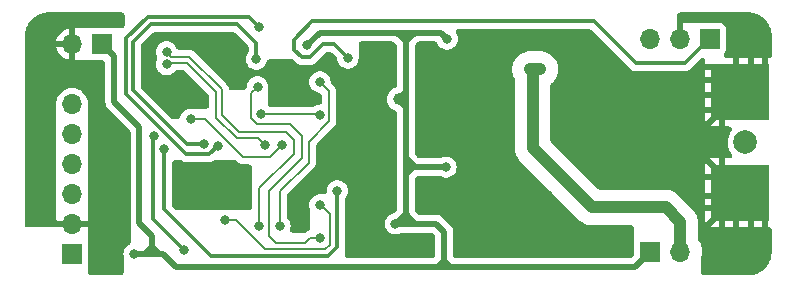
<source format=gbr>
%TF.GenerationSoftware,KiCad,Pcbnew,8.0.6*%
%TF.CreationDate,2024-10-28T10:45:57+07:00*%
%TF.ProjectId,PMOD-Pulser_update,504d4f44-2d50-4756-9c73-65725f757064,rev?*%
%TF.SameCoordinates,PX5e2ce30PY52bb330*%
%TF.FileFunction,Copper,L2,Bot*%
%TF.FilePolarity,Positive*%
%FSLAX46Y46*%
G04 Gerber Fmt 4.6, Leading zero omitted, Abs format (unit mm)*
G04 Created by KiCad (PCBNEW 8.0.6) date 2024-10-28 10:45:57*
%MOMM*%
%LPD*%
G01*
G04 APERTURE LIST*
%TA.AperFunction,ComponentPad*%
%ADD10C,2.000000*%
%TD*%
%TA.AperFunction,ComponentPad*%
%ADD11R,1.700000X1.700000*%
%TD*%
%TA.AperFunction,ComponentPad*%
%ADD12O,1.700000X1.700000*%
%TD*%
%TA.AperFunction,SMDPad,CuDef*%
%ADD13R,4.900000X4.800000*%
%TD*%
%TA.AperFunction,ViaPad*%
%ADD14C,0.800000*%
%TD*%
%TA.AperFunction,ViaPad*%
%ADD15C,1.000000*%
%TD*%
%TA.AperFunction,Conductor*%
%ADD16C,0.500000*%
%TD*%
%TA.AperFunction,Conductor*%
%ADD17C,0.300000*%
%TD*%
%TA.AperFunction,Conductor*%
%ADD18C,0.200000*%
%TD*%
%TA.AperFunction,Conductor*%
%ADD19C,1.000000*%
%TD*%
G04 APERTURE END LIST*
D10*
%TO.P,REF\u002A\u002A,1*%
%TO.N,Net-(D1-K-Pad3)*%
X61000000Y11250000D03*
%TD*%
D11*
%TO.P,J4,1,Pin_1*%
%TO.N,OE*%
X58000000Y20000000D03*
D12*
%TO.P,J4,2,Pin_2*%
%TO.N,GND*%
X55460000Y20000000D03*
%TO.P,J4,3,Pin_3*%
%TO.N,-HV*%
X52920000Y20000000D03*
%TD*%
D11*
%TO.P,J6,1,Pin_1*%
%TO.N,+5V*%
X52920000Y2000000D03*
D12*
%TO.P,J6,2,Pin_2*%
%TO.N,+HV*%
X55460000Y2000000D03*
%TD*%
D13*
%TO.P,J1,2,2*%
%TO.N,GND*%
X60526000Y7000000D03*
X60526000Y15500000D03*
%TD*%
D11*
%TO.P,J2,1,Pin_1*%
%TO.N,+5V*%
X6540000Y19580000D03*
D12*
%TO.P,J2,2,Pin_2*%
%TO.N,GND*%
X4000000Y19580000D03*
%TD*%
D11*
%TO.P,J3,1,1*%
%TO.N,+3.3V*%
X4000000Y1800000D03*
D12*
%TO.P,J3,2,2*%
%TO.N,GND*%
X4000000Y4340000D03*
%TO.P,J3,3,3*%
%TO.N,OE*%
X4000000Y6880000D03*
%TO.P,J3,4,4*%
%TO.N,Pdamp*%
X4000000Y9420000D03*
%TO.P,J3,5,5*%
%TO.N,P-*%
X4000000Y11960000D03*
%TO.P,J3,6,6*%
%TO.N,P+*%
X4000000Y14500000D03*
%TD*%
D14*
%TO.N,GND*%
X51050000Y2000000D03*
X49500000Y9000000D03*
X8500000Y3000000D03*
X62200000Y18850000D03*
X51000000Y16750000D03*
X5500000Y21500000D03*
X27750000Y11250000D03*
X43500000Y20250000D03*
X6250000Y5500000D03*
X17250000Y7500000D03*
X8500000Y5500000D03*
X57000000Y16750000D03*
X13000000Y8250000D03*
X45250000Y3250000D03*
X60250000Y750000D03*
X28750000Y5000000D03*
X28750000Y14250000D03*
X18750000Y6000000D03*
X31000000Y11250000D03*
X44500000Y19250000D03*
X45250000Y13750000D03*
X35250000Y7500000D03*
X29750000Y11250000D03*
X13000000Y6250000D03*
X11750000Y15750000D03*
X60000000Y18850000D03*
X23500000Y4000000D03*
X57150000Y5550000D03*
X45250000Y12750000D03*
X62750000Y3700000D03*
X52000000Y13000000D03*
X38000000Y2900000D03*
X34000000Y3000000D03*
X37000000Y9500000D03*
X12950000Y13900000D03*
X13000000Y7250000D03*
X54000000Y16750000D03*
X61500000Y750000D03*
X45250000Y11750000D03*
X48000000Y2000000D03*
X38000000Y6500000D03*
X43500000Y7500000D03*
X61500000Y3700000D03*
X34500000Y11250000D03*
X4500000Y17000000D03*
X54000000Y13000000D03*
X57750000Y3700000D03*
X33500000Y11250000D03*
X55500000Y16750000D03*
X57000000Y12500000D03*
X18000000Y6750000D03*
X6000000Y500000D03*
X32750000Y3000000D03*
X37000000Y7600000D03*
X28750000Y15500000D03*
X7500000Y21500000D03*
X46500000Y2000000D03*
X52500000Y16750000D03*
X44250000Y6750000D03*
X12750000Y16750000D03*
X57150000Y6700000D03*
X55500000Y12250000D03*
X60250000Y3700000D03*
X23500000Y7000000D03*
X57000000Y13750000D03*
X59000000Y3700000D03*
X14400000Y19550000D03*
X51000000Y13750000D03*
X51000000Y15250000D03*
X38000000Y8500000D03*
X48000000Y9000000D03*
X23500000Y6000000D03*
X51000000Y3750000D03*
X23500000Y5000000D03*
X57000000Y15250000D03*
X39750000Y6500000D03*
X7750000Y500000D03*
X27500000Y3750000D03*
X27500000Y5000000D03*
X45250000Y2000000D03*
X28750000Y3750000D03*
X59000000Y750000D03*
X26000000Y11250000D03*
X45250000Y4500000D03*
X57150000Y8100000D03*
X36750000Y2900000D03*
X27500000Y14250000D03*
X57750000Y750000D03*
X14050000Y14800000D03*
X37000000Y18500000D03*
X62750000Y1500000D03*
X13000000Y9250000D03*
X24650000Y14900000D03*
X56250000Y11500000D03*
X18750000Y7500000D03*
X27500000Y15500000D03*
X49500000Y2000000D03*
X45250000Y5750000D03*
%TO.N,+5V*%
X31375000Y4350000D03*
X35750000Y20000000D03*
X23900000Y19500000D03*
X9250000Y1800000D03*
D15*
X31650000Y14900000D03*
D14*
X35650000Y9150000D03*
%TO.N,Pdamp*%
X13450000Y2150000D03*
X10900000Y11750000D03*
%TO.N,DAMP*%
X24975000Y5950000D03*
X16950000Y4650000D03*
%TO.N,Net-(H1-2A)*%
X19600000Y18300000D03*
X15200000Y11100000D03*
%TO.N,P+*%
X19850000Y4150000D03*
X12000000Y18900000D03*
%TO.N,PULSE+*%
X21600000Y4150000D03*
X24975000Y16350000D03*
%TO.N,_PULSE-*%
X14050000Y13200000D03*
X21775000Y11025000D03*
%TO.N,P-*%
X12000000Y17850000D03*
X20350000Y11025000D03*
%TO.N,Net-(H1-4A)*%
X16312500Y10962500D03*
X19850000Y21050000D03*
%TO.N,PULSE-*%
X19975000Y13650000D03*
X24975000Y13550000D03*
%TO.N,OE*%
X26450000Y7150000D03*
X11800000Y10700000D03*
X27350000Y18400000D03*
%TO.N,~{DAMP}*%
X19700000Y15950000D03*
X24975000Y3150000D03*
%TO.N,+HV*%
X43700000Y17500000D03*
X42750000Y17450000D03*
%TD*%
D16*
%TO.N,GND*%
X60200000Y3062000D02*
X60200000Y6138000D01*
X57012000Y8300000D02*
X60088000Y8300000D01*
X59050000Y7962000D02*
X59050000Y11038000D01*
X59050000Y3062000D02*
X59050000Y6138000D01*
X60200000Y16012000D02*
X60200000Y19088000D01*
X60038000Y17650000D02*
X56962000Y17650000D01*
X62700000Y15712000D02*
X62700000Y18788000D01*
X59050000Y11412000D02*
X59050000Y14488000D01*
X57012000Y5650000D02*
X60088000Y5650000D01*
X62700000Y2762000D02*
X62700000Y5838000D01*
X61500000Y2962000D02*
X61500000Y6038000D01*
X57012000Y15250000D02*
X60088000Y15250000D01*
X59838000Y14000000D02*
X56762000Y14000000D01*
X60226000Y6700000D02*
X60526000Y7000000D01*
X59938000Y16500000D02*
X56862000Y16500000D01*
X57150000Y6700000D02*
X60226000Y6700000D01*
X61500000Y15912000D02*
X61500000Y18988000D01*
%TO.N,+5V*%
X32250000Y19800000D02*
X33000000Y20550000D01*
X34850000Y4350000D02*
X35500000Y3700000D01*
X10800000Y2400000D02*
X10800000Y2350000D01*
X7550000Y14700000D02*
X7550000Y18570000D01*
X35200000Y20550000D02*
X33000000Y20550000D01*
X35650000Y19900000D02*
X35750000Y20000000D01*
X32250000Y15750000D02*
X32250000Y14250000D01*
X12800000Y700000D02*
X34800000Y700000D01*
X51620000Y700000D02*
X53000000Y2080000D01*
X35500000Y700000D02*
X35550000Y700000D01*
X32250000Y5500000D02*
X32250000Y5225000D01*
X32250000Y5250000D02*
X32250000Y4350000D01*
X33050000Y4350000D02*
X34850000Y4350000D01*
X32250000Y5150000D02*
X33050000Y4350000D01*
X33000000Y9150000D02*
X32300000Y9150000D01*
X35500000Y1250000D02*
X35500000Y700000D01*
X10200000Y1800000D02*
X10800000Y1800000D01*
X35500000Y1500000D02*
X35500000Y1250000D01*
X32850000Y9150000D02*
X32250000Y8550000D01*
X32250000Y9900000D02*
X32250000Y9100000D01*
X9250000Y1800000D02*
X10200000Y1800000D01*
X32250000Y5250000D02*
X32250000Y5150000D01*
X33000000Y9150000D02*
X32250000Y9900000D01*
X35500000Y1200000D02*
X36000000Y700000D01*
X35500000Y1200000D02*
X35000000Y700000D01*
X10800000Y2400000D02*
X10200000Y1800000D01*
X10800000Y2400000D02*
X10800000Y3350000D01*
X31750000Y4350000D02*
X32250000Y4350000D01*
X10800000Y3350000D02*
X9700000Y4450000D01*
X9700000Y12550000D02*
X7550000Y14700000D01*
X32250000Y20550000D02*
X32250000Y19750000D01*
X32250000Y19750000D02*
X32250000Y15750000D01*
X32300000Y9150000D02*
X32250000Y9100000D01*
X31650000Y14850000D02*
X32250000Y14250000D01*
X35500000Y1250000D02*
X35500000Y1200000D01*
X32250000Y5225000D02*
X31375000Y4350000D01*
X10800000Y1800000D02*
X10800000Y2400000D01*
X31650000Y14900000D02*
X31650000Y14850000D01*
X32250000Y8550000D02*
X32250000Y5250000D01*
X11350000Y1800000D02*
X11700000Y1800000D01*
X31500000Y20550000D02*
X24950000Y20550000D01*
X35650000Y9150000D02*
X33000000Y9150000D01*
X10800000Y1800000D02*
X11350000Y1800000D01*
X35750000Y20000000D02*
X35200000Y20550000D01*
X31375000Y4350000D02*
X31750000Y4350000D01*
X35500000Y3700000D02*
X35500000Y1500000D01*
X33000000Y20550000D02*
X31500000Y20550000D01*
X32250000Y15500000D02*
X32250000Y15750000D01*
X11700000Y1800000D02*
X12800000Y700000D01*
X32250000Y19800000D02*
X31500000Y20550000D01*
X24950000Y20550000D02*
X23900000Y19500000D01*
X10800000Y2350000D02*
X11350000Y1800000D01*
X36000000Y700000D02*
X51620000Y700000D01*
X32250000Y14250000D02*
X32250000Y9900000D01*
X32250000Y19750000D02*
X32250000Y19800000D01*
X31650000Y14900000D02*
X32250000Y15500000D01*
X35000000Y700000D02*
X36000000Y700000D01*
X35500000Y1500000D02*
X35500000Y1200000D01*
X34800000Y700000D02*
X35000000Y700000D01*
X32250000Y9100000D02*
X32250000Y8550000D01*
X32250000Y4350000D02*
X33050000Y4350000D01*
X9700000Y4450000D02*
X9700000Y12550000D01*
X33000000Y9150000D02*
X32850000Y9150000D01*
X7550000Y18570000D02*
X6540000Y19580000D01*
D17*
%TO.N,Pdamp*%
X10862500Y4737500D02*
X13450000Y2150000D01*
X10862500Y11700000D02*
X10862500Y4737500D01*
D18*
%TO.N,DAMP*%
X25800000Y2550000D02*
X25450000Y2200000D01*
X20325000Y2200000D02*
X17875000Y4650000D01*
X25050000Y5950000D02*
X25800000Y5200000D01*
X24975000Y5950000D02*
X25050000Y5950000D01*
X25450000Y2200000D02*
X20325000Y2200000D01*
X17875000Y4650000D02*
X16950000Y4650000D01*
X25800000Y5200000D02*
X25800000Y2550000D01*
D17*
%TO.N,Net-(H1-2A)*%
X19600000Y19650000D02*
X18000000Y21250000D01*
X13700000Y11100000D02*
X15200000Y11100000D01*
X9150000Y19750000D02*
X9150000Y15650000D01*
X9150000Y15650000D02*
X13700000Y11100000D01*
X18000000Y21250000D02*
X10650000Y21250000D01*
X19600000Y18300000D02*
X19600000Y19650000D01*
X10650000Y21250000D02*
X9150000Y19750000D01*
D18*
%TO.N,P+*%
X22775000Y10275000D02*
X22775000Y11450000D01*
X12400000Y18500000D02*
X12000000Y18900000D01*
X18125000Y12100000D02*
X16650000Y13575000D01*
X16650000Y15750000D02*
X13900000Y18500000D01*
D17*
X4250000Y14250000D02*
X4000000Y14500000D01*
D18*
X16650000Y13575000D02*
X16650000Y15750000D01*
X13900000Y18500000D02*
X12400000Y18500000D01*
X22775000Y11450000D02*
X22125000Y12100000D01*
X19850000Y4150000D02*
X19850000Y7350000D01*
X22125000Y12100000D02*
X18125000Y12100000D01*
X19850000Y7350000D02*
X22775000Y10275000D01*
%TO.N,PULSE+*%
X25750000Y13025000D02*
X25750000Y15575000D01*
X24025000Y9525000D02*
X24025000Y11300000D01*
X21600000Y7100000D02*
X24025000Y9525000D01*
X25750000Y15575000D02*
X24975000Y16350000D01*
X21600000Y4150000D02*
X21600000Y7100000D01*
X24025000Y11300000D02*
X25750000Y13025000D01*
%TO.N,_PULSE-*%
X21775000Y11025000D02*
X21775000Y11000000D01*
X20750000Y9975000D02*
X18500000Y9975000D01*
X15225000Y13250000D02*
X14100000Y13250000D01*
X14100000Y13250000D02*
X14050000Y13200000D01*
X21775000Y11000000D02*
X20750000Y9975000D01*
X18500000Y9975000D02*
X15225000Y13250000D01*
%TO.N,P-*%
X20350000Y11025000D02*
X19775000Y11600000D01*
X16200000Y15550000D02*
X13750000Y18000000D01*
X19775000Y11600000D02*
X17925000Y11600000D01*
X17925000Y11600000D02*
X16200000Y13325000D01*
X16200000Y13325000D02*
X16200000Y15550000D01*
X13750000Y18000000D02*
X12150000Y18000000D01*
X12150000Y18000000D02*
X12000000Y17850000D01*
D17*
%TO.N,Net-(H1-4A)*%
X15600000Y10250000D02*
X13665625Y10250000D01*
X19000000Y21900000D02*
X19850000Y21050000D01*
X10400000Y21900000D02*
X19000000Y21900000D01*
X13665625Y10250000D02*
X8550000Y15365625D01*
X8550000Y15365625D02*
X8550000Y20050000D01*
X16312500Y10962500D02*
X15600000Y10250000D01*
X8550000Y20050000D02*
X10400000Y21900000D01*
D18*
%TO.N,PULSE-*%
X19975000Y13650000D02*
X24875000Y13650000D01*
X24875000Y13650000D02*
X24975000Y13550000D01*
D17*
%TO.N,OE*%
X11800000Y5600000D02*
X15800000Y1600000D01*
X26450000Y2400000D02*
X26450000Y7150000D01*
X22800000Y19950000D02*
X24350000Y21500000D01*
X51700000Y17950000D02*
X55900000Y17950000D01*
X22800000Y19100000D02*
X22800000Y19950000D01*
X57950000Y20000000D02*
X58000000Y20000000D01*
X24122792Y18450000D02*
X23450000Y18450000D01*
X24350000Y21500000D02*
X48150000Y21500000D01*
X25222792Y19550000D02*
X24122792Y18450000D01*
X25650000Y1600000D02*
X26450000Y2400000D01*
X55900000Y17950000D02*
X57950000Y20000000D01*
X26200000Y19550000D02*
X25222792Y19550000D01*
X15800000Y1600000D02*
X25650000Y1600000D01*
X27350000Y18400000D02*
X26200000Y19550000D01*
X23450000Y18450000D02*
X22800000Y19100000D01*
X11800000Y10700000D02*
X11800000Y5600000D01*
X48150000Y21500000D02*
X51700000Y17950000D01*
D18*
%TO.N,~{DAMP}*%
X19150000Y13300000D02*
X19625000Y12825000D01*
X19150000Y15400000D02*
X19150000Y13300000D01*
X21300000Y2750000D02*
X23750000Y2750000D01*
X24150000Y3150000D02*
X24975000Y3150000D01*
X23475000Y11775000D02*
X23475000Y9925000D01*
X22425000Y12825000D02*
X23475000Y11775000D01*
X19700000Y15950000D02*
X19150000Y15400000D01*
X20700000Y7150000D02*
X20700000Y3350000D01*
X20700000Y3350000D02*
X21300000Y2750000D01*
X23475000Y9925000D02*
X20700000Y7150000D01*
X19625000Y12825000D02*
X22425000Y12825000D01*
X23750000Y2750000D02*
X24150000Y3150000D01*
D19*
%TO.N,+HV*%
X54250000Y5750000D02*
X55460000Y4540000D01*
X43000000Y17200000D02*
X43000000Y10750000D01*
X42750000Y17450000D02*
X43000000Y17200000D01*
X42750000Y17450000D02*
X43650000Y17450000D01*
X48000000Y5750000D02*
X54250000Y5750000D01*
X55460000Y4540000D02*
X55460000Y2000000D01*
X43000000Y10750000D02*
X48000000Y5750000D01*
%TD*%
%TA.AperFunction,Conductor*%
%TO.N,GND*%
G36*
X8296288Y22231046D02*
G01*
X8377070Y22177070D01*
X8431046Y22096288D01*
X8450000Y22001000D01*
X8450000Y21149000D01*
X8431046Y21053712D01*
X8377070Y20972930D01*
X8296288Y20918954D01*
X8201000Y20900000D01*
X7606999Y20900000D01*
X7519984Y20915699D01*
X7497483Y20924092D01*
X7437873Y20930500D01*
X5642134Y20930500D01*
X5642130Y20930500D01*
X5642128Y20930499D01*
X5629314Y20929122D01*
X5582519Y20924092D01*
X5582514Y20924091D01*
X5560017Y20915699D01*
X5473002Y20900000D01*
X4322475Y20900000D01*
X4258028Y20908485D01*
X4250000Y20910636D01*
X4250000Y20013012D01*
X4192993Y20045925D01*
X4065826Y20080000D01*
X3934174Y20080000D01*
X3807007Y20045925D01*
X3750000Y20013012D01*
X3750000Y20910636D01*
X3749998Y20910637D01*
X3536516Y20853434D01*
X3536505Y20853430D01*
X3322428Y20753604D01*
X3322420Y20753600D01*
X3128923Y20618111D01*
X2961889Y20451077D01*
X2826400Y20257580D01*
X2826396Y20257572D01*
X2726570Y20043495D01*
X2726566Y20043484D01*
X2669363Y19830002D01*
X2669364Y19830000D01*
X3566988Y19830000D01*
X3534075Y19772993D01*
X3500000Y19645826D01*
X3500000Y19514174D01*
X3534075Y19387007D01*
X3566988Y19330000D01*
X2669364Y19330000D01*
X2669363Y19329999D01*
X2726566Y19116517D01*
X2726566Y19116515D01*
X2826399Y18902424D01*
X2961889Y18708924D01*
X3128923Y18541890D01*
X3322423Y18406400D01*
X3536511Y18306569D01*
X3750000Y18249365D01*
X3750000Y19146988D01*
X3807007Y19114075D01*
X3934174Y19080000D01*
X4065826Y19080000D01*
X4192993Y19114075D01*
X4250000Y19146988D01*
X4250000Y18245373D01*
X4285152Y18250000D01*
X5499813Y18250000D01*
X5566976Y18237883D01*
X5567357Y18239491D01*
X5582514Y18235910D01*
X5582517Y18235909D01*
X5642127Y18229500D01*
X6550501Y18229501D01*
X6645788Y18210547D01*
X6726569Y18156571D01*
X6780546Y18075789D01*
X6799500Y17980501D01*
X6799500Y14626080D01*
X6828341Y14481089D01*
X6828342Y14481086D01*
X6884913Y14344510D01*
X6884915Y14344507D01*
X6884916Y14344505D01*
X6908112Y14309790D01*
X6967048Y14221584D01*
X7958633Y13230000D01*
X8876570Y12312063D01*
X8930546Y12231281D01*
X8949500Y12135993D01*
X8949500Y4368944D01*
X8950000Y4358771D01*
X8950000Y2813854D01*
X8931046Y2718566D01*
X8877070Y2637784D01*
X8808559Y2590699D01*
X8808572Y2590677D01*
X8808301Y2590522D01*
X8802281Y2586383D01*
X8797272Y2584154D01*
X8644126Y2472886D01*
X8517469Y2332220D01*
X8422822Y2168286D01*
X8364325Y1988256D01*
X8344540Y1800001D01*
X8348636Y1761029D01*
X8350000Y1735002D01*
X8350000Y249000D01*
X8331046Y153712D01*
X8277070Y72930D01*
X8196288Y18954D01*
X8101000Y0D01*
X5599000Y0D01*
X5503712Y18954D01*
X5422930Y72930D01*
X5368954Y153712D01*
X5350000Y249000D01*
X5350000Y886131D01*
X5350357Y899460D01*
X5350497Y902108D01*
X5350500Y902127D01*
X5350499Y2697872D01*
X5350498Y2697876D01*
X5350357Y2700516D01*
X5350000Y2713847D01*
X5350000Y4064764D01*
X5330636Y4090000D01*
X4433012Y4090000D01*
X4465925Y4147007D01*
X4500000Y4274174D01*
X4500000Y4405826D01*
X4465925Y4532993D01*
X4433012Y4590000D01*
X5330635Y4590000D01*
X5350000Y4615238D01*
X5350000Y6804452D01*
X5350948Y6826156D01*
X5355659Y6879998D01*
X5355659Y6880004D01*
X5350948Y6933847D01*
X5350000Y6955550D01*
X5350000Y9344452D01*
X5350948Y9366156D01*
X5352638Y9385465D01*
X5355659Y9420000D01*
X5350948Y9473847D01*
X5350000Y9495550D01*
X5350000Y11884452D01*
X5350948Y11906156D01*
X5355659Y11959998D01*
X5355659Y11960004D01*
X5350948Y12013847D01*
X5350000Y12035550D01*
X5350000Y14424452D01*
X5350948Y14446156D01*
X5352987Y14469454D01*
X5354004Y14481087D01*
X5355659Y14499998D01*
X5355659Y14500006D01*
X5335064Y14735402D01*
X5335063Y14735405D01*
X5335063Y14735408D01*
X5273903Y14963663D01*
X5210001Y15100700D01*
X5174038Y15177823D01*
X5174034Y15177831D01*
X5104756Y15276770D01*
X5038495Y15371401D01*
X4871401Y15538495D01*
X4832335Y15565849D01*
X4677830Y15674035D01*
X4619006Y15701465D01*
X4463663Y15773903D01*
X4463660Y15773904D01*
X4235401Y15835065D01*
X4000005Y15855659D01*
X3999995Y15855659D01*
X3764598Y15835065D01*
X3536335Y15773903D01*
X3536333Y15773902D01*
X3322177Y15674039D01*
X3322169Y15674035D01*
X3128600Y15538496D01*
X2961504Y15371400D01*
X2825965Y15177831D01*
X2825961Y15177823D01*
X2726098Y14963667D01*
X2726097Y14963664D01*
X2677286Y14781496D01*
X2650000Y14726166D01*
X2650000Y14588247D01*
X2640706Y14541528D01*
X2642441Y14521706D01*
X2642440Y14478304D01*
X2636185Y14406816D01*
X2650000Y14331652D01*
X2650000Y12035550D01*
X2649052Y12013847D01*
X2644341Y11960004D01*
X2644341Y11959998D01*
X2649052Y11906156D01*
X2650000Y11884452D01*
X2650000Y9495550D01*
X2649052Y9473847D01*
X2644341Y9420000D01*
X2647362Y9385465D01*
X2649052Y9366156D01*
X2650000Y9344452D01*
X2650000Y6955550D01*
X2649052Y6933847D01*
X2644341Y6880004D01*
X2644341Y6879998D01*
X2649052Y6826156D01*
X2650000Y6804452D01*
X2650000Y4767218D01*
X2663279Y4745724D01*
X2678827Y4649821D01*
X2670501Y4594245D01*
X2669363Y4590001D01*
X2669364Y4590000D01*
X3566988Y4590000D01*
X3534075Y4532993D01*
X3500000Y4405826D01*
X3500000Y4274174D01*
X3534075Y4147007D01*
X3566988Y4090000D01*
X2647949Y4090000D01*
X2640378Y4083360D01*
X2548379Y4052130D01*
X2515878Y4050000D01*
X249001Y4050000D01*
X153713Y4068954D01*
X72931Y4122930D01*
X18955Y4203712D01*
X1Y4299000D01*
X0Y20247803D01*
X40Y20252243D01*
X2270Y20377279D01*
X4764Y20408275D01*
X10918Y20451077D01*
X40676Y20658053D01*
X48227Y20692761D01*
X66092Y20753604D01*
X118692Y20932743D01*
X131102Y20966015D01*
X235004Y21193529D01*
X252026Y21224701D01*
X252028Y21224704D01*
X387251Y21435115D01*
X408528Y21463537D01*
X572322Y21652567D01*
X597436Y21677680D01*
X786463Y21841472D01*
X814885Y21862749D01*
X1025303Y21997977D01*
X1056471Y22014996D01*
X1283985Y22118898D01*
X1317257Y22131308D01*
X1557241Y22201774D01*
X1591947Y22209324D01*
X1841727Y22245237D01*
X1872719Y22247730D01*
X1997757Y22249961D01*
X2002197Y22250000D01*
X8201000Y22250000D01*
X8296288Y22231046D01*
G37*
%TD.AperFunction*%
%TA.AperFunction,Conductor*%
G36*
X47872702Y20830546D02*
G01*
X47953484Y20776570D01*
X51194724Y17535331D01*
X51194723Y17535331D01*
X51248339Y17481716D01*
X51285331Y17444724D01*
X51391873Y17373535D01*
X51391875Y17373535D01*
X51391877Y17373533D01*
X51426549Y17359172D01*
X51510256Y17324499D01*
X51635929Y17299501D01*
X51635930Y17299500D01*
X51635931Y17299500D01*
X55964070Y17299500D01*
X55964070Y17299501D01*
X56089744Y17324499D01*
X56208127Y17373535D01*
X56220902Y17382071D01*
X56314669Y17444723D01*
X56908205Y18038259D01*
X57192437Y18322491D01*
X57273219Y18376468D01*
X57368507Y18395422D01*
X57463795Y18376468D01*
X57544576Y18322492D01*
X57598553Y18241710D01*
X57617507Y18146422D01*
X57601808Y18059407D01*
X57582403Y18007382D01*
X57582401Y18007372D01*
X57576000Y17947833D01*
X57576000Y13052168D01*
X57582401Y12992630D01*
X57582403Y12992620D01*
X57604858Y12932415D01*
X60349929Y15677484D01*
X60430711Y15731460D01*
X60525999Y15750414D01*
X60621287Y15731460D01*
X60702069Y15677484D01*
X60703483Y15676070D01*
X60757459Y15595288D01*
X60776413Y15500000D01*
X60757459Y15404712D01*
X60703483Y15323930D01*
X57984272Y12604720D01*
X58028170Y12600001D01*
X58028172Y12600000D01*
X59635612Y12600000D01*
X59730900Y12581046D01*
X59811682Y12527070D01*
X59865658Y12446288D01*
X59884612Y12351000D01*
X59865658Y12255712D01*
X59818805Y12182355D01*
X59811836Y12174786D01*
X59811830Y12174779D01*
X59675828Y11966609D01*
X59675825Y11966604D01*
X59575936Y11738879D01*
X59575935Y11738875D01*
X59514894Y11497832D01*
X59514892Y11497824D01*
X59494357Y11250000D01*
X59514892Y11002177D01*
X59514894Y11002169D01*
X59556786Y10836744D01*
X59575937Y10761119D01*
X59632151Y10632963D01*
X59675825Y10533397D01*
X59675828Y10533392D01*
X59811830Y10325222D01*
X59811836Y10325215D01*
X59818805Y10317645D01*
X59869398Y10234703D01*
X59884399Y10138713D01*
X59861525Y10044290D01*
X59804257Y9965807D01*
X59721315Y9915214D01*
X59635612Y9900000D01*
X58028177Y9900000D01*
X57984273Y9895281D01*
X60526000Y7353553D01*
X60703483Y7176070D01*
X60757459Y7095288D01*
X60776413Y7000000D01*
X60757459Y6904712D01*
X60703483Y6823930D01*
X57984272Y4104720D01*
X58028170Y4100001D01*
X58028172Y4100000D01*
X63000999Y4100000D01*
X63096287Y4081046D01*
X63177069Y4027070D01*
X63231045Y3946288D01*
X63249999Y3851000D01*
X63249999Y2002196D01*
X63249959Y1997756D01*
X63247729Y1872714D01*
X63245234Y1841718D01*
X63209322Y1591949D01*
X63201773Y1557243D01*
X63131309Y1317264D01*
X63118893Y1283976D01*
X63014995Y1056474D01*
X62997969Y1025294D01*
X62862752Y814891D01*
X62841466Y786456D01*
X62677680Y597438D01*
X62652560Y572318D01*
X62463543Y408533D01*
X62435101Y387242D01*
X62224703Y252028D01*
X62193522Y235002D01*
X61966024Y131107D01*
X61932737Y118691D01*
X61692762Y48228D01*
X61658046Y40676D01*
X61408273Y4765D01*
X61377280Y2271D01*
X61257687Y138D01*
X61252240Y40D01*
X61247803Y0D01*
X57499000Y0D01*
X57403712Y18954D01*
X57322930Y72930D01*
X57268954Y153712D01*
X57250000Y249000D01*
X57250000Y1496166D01*
X57255690Y1549094D01*
X57261090Y1573918D01*
X57296343Y1735974D01*
X57315227Y2000000D01*
X57296343Y2264026D01*
X57255690Y2450907D01*
X57250000Y2503835D01*
X57250000Y2758293D01*
X57197179Y2772757D01*
X57120428Y2832325D01*
X57089995Y2876136D01*
X57020716Y3003011D01*
X57020712Y3003017D01*
X57010164Y3017108D01*
X56968234Y3104749D01*
X56960500Y3166326D01*
X56960500Y4658088D01*
X56960498Y4658104D01*
X56956679Y4682216D01*
X56923553Y4891368D01*
X56864973Y5071659D01*
X56859385Y5088857D01*
X56859383Y5088861D01*
X56858408Y5091861D01*
X56850568Y5115993D01*
X56743343Y5326434D01*
X56604517Y5517510D01*
X55227510Y6894517D01*
X55036434Y7033343D01*
X54825992Y7140568D01*
X54825989Y7140569D01*
X54825984Y7140571D01*
X54697484Y7182323D01*
X54601368Y7213553D01*
X54601366Y7213554D01*
X54601364Y7213554D01*
X54368103Y7250499D01*
X54368094Y7250500D01*
X54368092Y7250500D01*
X54368088Y7250500D01*
X48724668Y7250500D01*
X48629380Y7269454D01*
X48548598Y7323430D01*
X46424195Y9447833D01*
X57576000Y9447833D01*
X57576000Y4552168D01*
X57582401Y4492630D01*
X57582403Y4492620D01*
X57604858Y4432415D01*
X60172446Y7000001D01*
X57604858Y9567589D01*
X57582403Y9507383D01*
X57582402Y9507377D01*
X57576000Y9447833D01*
X46424195Y9447833D01*
X44573430Y11298598D01*
X44519454Y11379380D01*
X44500500Y11474668D01*
X44500500Y16086334D01*
X44519454Y16181622D01*
X44573430Y16262404D01*
X44603135Y16287775D01*
X44627510Y16305483D01*
X44794517Y16472490D01*
X44933343Y16663567D01*
X45040568Y16874008D01*
X45113553Y17098632D01*
X45150500Y17331908D01*
X45150500Y17568092D01*
X45113553Y17801368D01*
X45040568Y18025992D01*
X44933343Y18236433D01*
X44933341Y18236436D01*
X44933340Y18236438D01*
X44794521Y18427505D01*
X44794518Y18427508D01*
X44794517Y18427510D01*
X44627510Y18594517D01*
X44627506Y18594520D01*
X44627504Y18594522D01*
X44436437Y18733341D01*
X44367857Y18768284D01*
X44225992Y18840568D01*
X44225989Y18840569D01*
X44225987Y18840570D01*
X44101079Y18881155D01*
X44001368Y18913553D01*
X44001366Y18913554D01*
X44001364Y18913554D01*
X43768103Y18950499D01*
X43768094Y18950500D01*
X43768092Y18950500D01*
X42868092Y18950500D01*
X42631908Y18950500D01*
X42631905Y18950500D01*
X42631896Y18950499D01*
X42398635Y18913554D01*
X42174015Y18840571D01*
X42174010Y18840569D01*
X41963566Y18733343D01*
X41772492Y18594519D01*
X41605481Y18427508D01*
X41466657Y18236434D01*
X41359431Y18025990D01*
X41359429Y18025985D01*
X41286446Y17801365D01*
X41249501Y17568104D01*
X41249500Y17568088D01*
X41249500Y17331913D01*
X41249501Y17331897D01*
X41274017Y17177112D01*
X41286447Y17098632D01*
X41317677Y17002516D01*
X41359429Y16874016D01*
X41359431Y16874010D01*
X41471099Y16654848D01*
X41468774Y16653664D01*
X41496431Y16578719D01*
X41499500Y16539746D01*
X41499500Y10631913D01*
X41499501Y10631897D01*
X41536446Y10398636D01*
X41536447Y10398632D01*
X41560302Y10325215D01*
X41608021Y10178349D01*
X41609432Y10174008D01*
X41716657Y9963566D01*
X41855483Y9772490D01*
X47022490Y4605482D01*
X47213567Y4466657D01*
X47213569Y4466656D01*
X47391330Y4376082D01*
X47424008Y4359432D01*
X47648632Y4286447D01*
X47881908Y4249500D01*
X48118092Y4249500D01*
X51301000Y4249500D01*
X51396288Y4230546D01*
X51477070Y4176570D01*
X51531046Y4095788D01*
X51550000Y4000500D01*
X51550000Y1794508D01*
X51531046Y1699220D01*
X51477072Y1618441D01*
X51382060Y1523429D01*
X51301282Y1469454D01*
X51205994Y1450500D01*
X36499500Y1450500D01*
X36404212Y1469454D01*
X36323430Y1523430D01*
X36269454Y1604212D01*
X36250500Y1699500D01*
X36250500Y3773919D01*
X36250499Y3773921D01*
X36248948Y3781716D01*
X36221658Y3918913D01*
X36165084Y4055495D01*
X36148011Y4081046D01*
X36132193Y4104720D01*
X36123464Y4117784D01*
X36082952Y4178416D01*
X35328416Y4932952D01*
X35328412Y4932955D01*
X35328410Y4932957D01*
X35328411Y4932957D01*
X35254732Y4982185D01*
X35254729Y4982188D01*
X35254729Y4982187D01*
X35205495Y5015084D01*
X35068913Y5071658D01*
X35068911Y5071659D01*
X34923920Y5100500D01*
X34923918Y5100500D01*
X33464008Y5100500D01*
X33368720Y5119454D01*
X33287938Y5173430D01*
X33073430Y5387938D01*
X33019454Y5468720D01*
X33000500Y5564008D01*
X33000500Y8135993D01*
X33019454Y8231281D01*
X33073430Y8312063D01*
X33087937Y8326570D01*
X33168719Y8380546D01*
X33264007Y8399500D01*
X35072265Y8399500D01*
X35167553Y8380546D01*
X35196762Y8366142D01*
X35197272Y8365848D01*
X35370189Y8288859D01*
X35370192Y8288858D01*
X35370197Y8288856D01*
X35555354Y8249500D01*
X35744645Y8249500D01*
X35744646Y8249500D01*
X35929803Y8288856D01*
X36102730Y8365849D01*
X36255871Y8477112D01*
X36382533Y8617784D01*
X36477179Y8781716D01*
X36535674Y8961744D01*
X36555460Y9150000D01*
X36535674Y9338256D01*
X36477179Y9518284D01*
X36382533Y9682216D01*
X36382531Y9682219D01*
X36382530Y9682220D01*
X36255873Y9822886D01*
X36255872Y9822887D01*
X36255871Y9822888D01*
X36128795Y9915214D01*
X36102728Y9934153D01*
X35929810Y10011142D01*
X35929796Y10011146D01*
X35744646Y10050500D01*
X35555354Y10050500D01*
X35370203Y10011146D01*
X35370189Y10011142D01*
X35197272Y9934153D01*
X35196762Y9933858D01*
X35196124Y9933642D01*
X35185349Y9928844D01*
X35184908Y9929835D01*
X35104763Y9902630D01*
X35072265Y9900500D01*
X33414006Y9900500D01*
X33318718Y9919454D01*
X33237939Y9973428D01*
X33073430Y10137938D01*
X33019454Y10218720D01*
X33000500Y10314007D01*
X33000500Y19385993D01*
X33019454Y19481281D01*
X33073430Y19562063D01*
X33237937Y19726570D01*
X33318719Y19780546D01*
X33414007Y19799500D01*
X34687396Y19799500D01*
X34782684Y19780546D01*
X34863466Y19726570D01*
X34917442Y19645788D01*
X34921730Y19634166D01*
X34922817Y19631724D01*
X34922820Y19631719D01*
X34922821Y19631716D01*
X35014628Y19472702D01*
X35017469Y19467781D01*
X35144126Y19327115D01*
X35144129Y19327112D01*
X35225099Y19268284D01*
X35297271Y19215848D01*
X35470189Y19138859D01*
X35470192Y19138858D01*
X35470197Y19138856D01*
X35655354Y19099500D01*
X35844645Y19099500D01*
X35844646Y19099500D01*
X36029803Y19138856D01*
X36121991Y19179901D01*
X36202728Y19215848D01*
X36202728Y19215849D01*
X36202730Y19215849D01*
X36355871Y19327112D01*
X36482533Y19467784D01*
X36577179Y19631716D01*
X36635674Y19811744D01*
X36655460Y20000000D01*
X36635674Y20188256D01*
X36577179Y20368284D01*
X36514989Y20476001D01*
X36483760Y20568000D01*
X36490115Y20664947D01*
X36533085Y20752082D01*
X36606131Y20816141D01*
X36698130Y20847370D01*
X36730630Y20849500D01*
X47777414Y20849500D01*
X47872702Y20830546D01*
G37*
%TD.AperFunction*%
%TA.AperFunction,Conductor*%
G36*
X17722702Y20580546D02*
G01*
X17803484Y20526570D01*
X18876570Y19453484D01*
X18930546Y19372702D01*
X18949500Y19277414D01*
X18949500Y19018906D01*
X18930546Y18923618D01*
X18885545Y18852295D01*
X18867469Y18832220D01*
X18772822Y18668286D01*
X18714325Y18488256D01*
X18694540Y18300000D01*
X18714325Y18111745D01*
X18738204Y18038256D01*
X18772821Y17931716D01*
X18849156Y17799500D01*
X18867469Y17767781D01*
X18904088Y17727112D01*
X18994129Y17627112D01*
X19075369Y17568088D01*
X19147271Y17515848D01*
X19320189Y17438859D01*
X19320192Y17438858D01*
X19320197Y17438856D01*
X19505354Y17399500D01*
X19694645Y17399500D01*
X19694646Y17399500D01*
X19879803Y17438856D01*
X19892981Y17444723D01*
X20052728Y17515848D01*
X20052728Y17515849D01*
X20052730Y17515849D01*
X20205871Y17627112D01*
X20332533Y17767784D01*
X20427179Y17931716D01*
X20485674Y18111744D01*
X20485674Y18111745D01*
X20489707Y18124156D01*
X20492556Y18123231D01*
X20522126Y18192045D01*
X20591721Y18259836D01*
X20681962Y18295833D01*
X20727326Y18300000D01*
X22576914Y18300000D01*
X22672202Y18281046D01*
X22752983Y18227070D01*
X23035331Y17944723D01*
X23035335Y17944719D01*
X23105912Y17897564D01*
X23123315Y17885935D01*
X23123317Y17885934D01*
X23123320Y17885931D01*
X23123321Y17885931D01*
X23141873Y17873535D01*
X23141875Y17873535D01*
X23141877Y17873533D01*
X23155757Y17867784D01*
X23260256Y17824499D01*
X23385929Y17799501D01*
X23385930Y17799500D01*
X23385931Y17799500D01*
X24186862Y17799500D01*
X24186862Y17799501D01*
X24312536Y17824499D01*
X24430919Y17873535D01*
X24449471Y17885931D01*
X24537461Y17944723D01*
X25193238Y18600500D01*
X25419309Y18826570D01*
X25500090Y18880546D01*
X25595378Y18899500D01*
X25827414Y18899500D01*
X25922702Y18880546D01*
X26003484Y18826570D01*
X26383891Y18446163D01*
X26437867Y18365381D01*
X26455457Y18296122D01*
X26464325Y18211745D01*
X26492785Y18124156D01*
X26522821Y18031716D01*
X26606988Y17885935D01*
X26617469Y17867781D01*
X26707510Y17767781D01*
X26744129Y17727112D01*
X26834101Y17661744D01*
X26897271Y17615848D01*
X27070189Y17538859D01*
X27070192Y17538858D01*
X27070197Y17538856D01*
X27255354Y17499500D01*
X27444645Y17499500D01*
X27444646Y17499500D01*
X27629803Y17538856D01*
X27695459Y17568088D01*
X27802728Y17615848D01*
X27802728Y17615849D01*
X27802730Y17615849D01*
X27955871Y17727112D01*
X28082533Y17867784D01*
X28177179Y18031716D01*
X28235674Y18211744D01*
X28255460Y18400000D01*
X28255460Y18400002D01*
X28251364Y18438974D01*
X28250000Y18465000D01*
X28250000Y18581499D01*
X28250183Y18582421D01*
X28250000Y18583577D01*
X28250000Y19550500D01*
X28268954Y19645788D01*
X28322930Y19726570D01*
X28403712Y19780546D01*
X28499000Y19799500D01*
X31085993Y19799500D01*
X31181281Y19780546D01*
X31262062Y19726570D01*
X31426569Y19562064D01*
X31480546Y19481283D01*
X31499500Y19385995D01*
X31499500Y16084538D01*
X31480546Y15989250D01*
X31426570Y15908468D01*
X31345788Y15854492D01*
X31322785Y15846261D01*
X31265273Y15828815D01*
X31265266Y15828812D01*
X31091463Y15735912D01*
X30939120Y15610886D01*
X30939114Y15610880D01*
X30814088Y15458537D01*
X30721188Y15284734D01*
X30721185Y15284726D01*
X30663975Y15096132D01*
X30644659Y14900000D01*
X30663975Y14703869D01*
X30721185Y14515275D01*
X30721188Y14515267D01*
X30814088Y14341464D01*
X30840085Y14309787D01*
X30939117Y14189117D01*
X31047097Y14100500D01*
X31091463Y14064089D01*
X31265266Y13971189D01*
X31265271Y13971187D01*
X31265273Y13971186D01*
X31322782Y13953741D01*
X31408462Y13907945D01*
X31470097Y13832844D01*
X31498301Y13739873D01*
X31499500Y13715464D01*
X31499500Y5639008D01*
X31480546Y5543720D01*
X31426570Y5462938D01*
X31426569Y5462938D01*
X31248409Y5284779D01*
X31167628Y5230803D01*
X31124116Y5217292D01*
X31095207Y5211147D01*
X31095199Y5211145D01*
X31095197Y5211144D01*
X31095194Y5211143D01*
X31095186Y5211140D01*
X30922271Y5134153D01*
X30769126Y5022886D01*
X30642469Y4882220D01*
X30547822Y4718286D01*
X30489325Y4538256D01*
X30469540Y4350000D01*
X30489325Y4161745D01*
X30518573Y4071730D01*
X30547821Y3981716D01*
X30629641Y3840000D01*
X30642469Y3817781D01*
X30739897Y3709577D01*
X30769129Y3677112D01*
X30872333Y3602130D01*
X30922271Y3565848D01*
X31095189Y3488859D01*
X31095192Y3488858D01*
X31095197Y3488856D01*
X31280354Y3449500D01*
X31469645Y3449500D01*
X31469646Y3449500D01*
X31654803Y3488856D01*
X31827730Y3565849D01*
X31827734Y3565853D01*
X31828238Y3566142D01*
X31828875Y3566359D01*
X31839651Y3571156D01*
X31840091Y3570166D01*
X31920237Y3597370D01*
X31952735Y3599500D01*
X32176082Y3599500D01*
X32976082Y3599500D01*
X32976083Y3599500D01*
X33123918Y3599500D01*
X34435992Y3599500D01*
X34531280Y3580546D01*
X34612062Y3526570D01*
X34676570Y3462062D01*
X34730546Y3381280D01*
X34749500Y3285992D01*
X34749500Y1699500D01*
X34730546Y1604212D01*
X34676570Y1523430D01*
X34595788Y1469454D01*
X34500500Y1450500D01*
X27349000Y1450500D01*
X27253712Y1469454D01*
X27172930Y1523430D01*
X27118954Y1604212D01*
X27100000Y1699500D01*
X27100000Y2318620D01*
X27100500Y2328793D01*
X27100500Y6431097D01*
X27119454Y6526385D01*
X27164455Y6597708D01*
X27182533Y6617784D01*
X27277179Y6781716D01*
X27335674Y6961744D01*
X27355460Y7150000D01*
X27335674Y7338256D01*
X27277179Y7518284D01*
X27182533Y7682216D01*
X27182531Y7682219D01*
X27182530Y7682220D01*
X27055873Y7822886D01*
X27055872Y7822887D01*
X27055871Y7822888D01*
X26924279Y7918495D01*
X26902728Y7934153D01*
X26729810Y8011142D01*
X26729796Y8011146D01*
X26544646Y8050500D01*
X26355354Y8050500D01*
X26170203Y8011146D01*
X26170189Y8011142D01*
X25997271Y7934153D01*
X25844126Y7822886D01*
X25717469Y7682220D01*
X25622822Y7518286D01*
X25564325Y7338256D01*
X25547280Y7176070D01*
X25544540Y7150000D01*
X25547164Y7125027D01*
X25538275Y7028281D01*
X25493039Y6942300D01*
X25418343Y6880175D01*
X25325558Y6851364D01*
X25299529Y6850000D01*
X25087453Y6850000D01*
X25077917Y6850500D01*
X25069646Y6850500D01*
X24880354Y6850500D01*
X24695203Y6811146D01*
X24695189Y6811142D01*
X24522271Y6734153D01*
X24369126Y6622886D01*
X24242469Y6482220D01*
X24147822Y6318286D01*
X24089325Y6138256D01*
X24069540Y5950000D01*
X24089325Y5761747D01*
X24092039Y5748982D01*
X24090618Y5748681D01*
X24100000Y5689456D01*
X24100000Y3949351D01*
X24081046Y3854063D01*
X24027070Y3773281D01*
X23946288Y3719305D01*
X23920863Y3710674D01*
X23918212Y3709576D01*
X23786201Y3633359D01*
X23694202Y3602130D01*
X23661702Y3600000D01*
X22710856Y3600000D01*
X22615568Y3618954D01*
X22534786Y3672930D01*
X22480810Y3753712D01*
X22461856Y3849000D01*
X22474043Y3925945D01*
X22485672Y3961738D01*
X22485671Y3961738D01*
X22485674Y3961744D01*
X22505460Y4150000D01*
X22485674Y4338256D01*
X22427179Y4518284D01*
X22332533Y4682216D01*
X22332531Y4682219D01*
X22332530Y4682220D01*
X22264457Y4757823D01*
X22214782Y4841318D01*
X22200500Y4924436D01*
X22200500Y6748126D01*
X22219454Y6843414D01*
X22273428Y6924194D01*
X24393713Y9044479D01*
X24393716Y9044480D01*
X24505520Y9156284D01*
X24580669Y9286447D01*
X24584577Y9293215D01*
X24625501Y9445943D01*
X24625501Y9604057D01*
X24625501Y9619317D01*
X24625500Y9619335D01*
X24625500Y10948126D01*
X24644454Y11043414D01*
X24698428Y11124194D01*
X26118713Y12544479D01*
X26118716Y12544480D01*
X26230520Y12656284D01*
X26309577Y12793216D01*
X26350500Y12945943D01*
X26350500Y15475864D01*
X26350501Y15475877D01*
X26350501Y15654057D01*
X26345147Y15674039D01*
X26309577Y15806784D01*
X26290549Y15839741D01*
X26261233Y15890519D01*
X26230520Y15943716D01*
X25949412Y16224823D01*
X25895436Y16305603D01*
X25877846Y16374863D01*
X25860674Y16538256D01*
X25802179Y16718284D01*
X25707533Y16882216D01*
X25707531Y16882219D01*
X25707530Y16882220D01*
X25580873Y17022886D01*
X25580872Y17022887D01*
X25580871Y17022888D01*
X25476618Y17098632D01*
X25427728Y17134153D01*
X25254810Y17211142D01*
X25254796Y17211146D01*
X25069646Y17250500D01*
X24880354Y17250500D01*
X24695203Y17211146D01*
X24695189Y17211142D01*
X24522271Y17134153D01*
X24369126Y17022886D01*
X24242469Y16882220D01*
X24147822Y16718286D01*
X24089325Y16538256D01*
X24069540Y16350000D01*
X24089325Y16161745D01*
X24103307Y16118714D01*
X24147821Y15981716D01*
X24236099Y15828814D01*
X24242469Y15817781D01*
X24327874Y15722930D01*
X24369129Y15677112D01*
X24400862Y15654057D01*
X24522271Y15565848D01*
X24695189Y15488859D01*
X24695192Y15488858D01*
X24695197Y15488856D01*
X24880354Y15449500D01*
X24900500Y15449500D01*
X24995788Y15430546D01*
X25076570Y15376570D01*
X25130546Y15295788D01*
X25149500Y15200500D01*
X25149500Y14699500D01*
X25130546Y14604212D01*
X25076570Y14523430D01*
X24995788Y14469454D01*
X24900500Y14450500D01*
X24880354Y14450500D01*
X24695203Y14411146D01*
X24695189Y14411142D01*
X24522271Y14334153D01*
X24472588Y14298055D01*
X24384357Y14257380D01*
X24326229Y14250500D01*
X20849000Y14250500D01*
X20753712Y14269454D01*
X20672930Y14323430D01*
X20618954Y14404212D01*
X20600000Y14499500D01*
X20600000Y15885002D01*
X20601364Y15911030D01*
X20605460Y15950000D01*
X20585674Y16138256D01*
X20527179Y16318284D01*
X20432533Y16482216D01*
X20432531Y16482219D01*
X20432530Y16482220D01*
X20305873Y16622886D01*
X20305872Y16622887D01*
X20305871Y16622888D01*
X20229300Y16678520D01*
X20152728Y16734153D01*
X19979810Y16811142D01*
X19979796Y16811146D01*
X19794646Y16850500D01*
X19605354Y16850500D01*
X19420203Y16811146D01*
X19420189Y16811142D01*
X19247271Y16734153D01*
X19094126Y16622886D01*
X18967469Y16482220D01*
X18891132Y16350000D01*
X18872821Y16318284D01*
X18844305Y16230522D01*
X18814326Y16138257D01*
X18797153Y15974865D01*
X18768342Y15882080D01*
X18725588Y15824825D01*
X18669479Y15768716D01*
X18659541Y15755764D01*
X18657654Y15757212D01*
X18608773Y15701465D01*
X18521641Y15658489D01*
X18457179Y15650000D01*
X17489543Y15650000D01*
X17394255Y15668954D01*
X17313473Y15722930D01*
X17259497Y15803712D01*
X17249027Y15834556D01*
X17247638Y15839740D01*
X17247638Y15839741D01*
X17209577Y15981785D01*
X17209577Y15981786D01*
X17180639Y16031906D01*
X17180636Y16031911D01*
X17130521Y16118714D01*
X17130520Y16118716D01*
X17018716Y16230520D01*
X17018713Y16230522D01*
X14380521Y18868714D01*
X14380520Y18868716D01*
X14268716Y18980520D01*
X14179426Y19032071D01*
X14172742Y19035930D01*
X14131785Y19059577D01*
X14131787Y19059577D01*
X14024755Y19088256D01*
X13979057Y19100501D01*
X13820943Y19100501D01*
X13805682Y19100501D01*
X13805666Y19100500D01*
X13062604Y19100500D01*
X12967316Y19119454D01*
X12886534Y19173430D01*
X12832558Y19254212D01*
X12828269Y19265835D01*
X12827182Y19268277D01*
X12827180Y19268280D01*
X12827179Y19268284D01*
X12732533Y19432216D01*
X12732531Y19432219D01*
X12732530Y19432220D01*
X12605873Y19572886D01*
X12605872Y19572887D01*
X12605871Y19572888D01*
X12521529Y19634166D01*
X12452728Y19684153D01*
X12279810Y19761142D01*
X12279796Y19761146D01*
X12094646Y19800500D01*
X11905354Y19800500D01*
X11720203Y19761146D01*
X11720189Y19761142D01*
X11547271Y19684153D01*
X11394126Y19572886D01*
X11267469Y19432220D01*
X11208452Y19329999D01*
X11172821Y19268284D01*
X11170501Y19261144D01*
X11114325Y19088256D01*
X11094540Y18900000D01*
X11114326Y18711744D01*
X11114326Y18711742D01*
X11172819Y18531720D01*
X11191423Y18499496D01*
X11222650Y18407496D01*
X11216294Y18310549D01*
X11191423Y18250504D01*
X11172819Y18218281D01*
X11114326Y18038259D01*
X11114326Y18038257D01*
X11094540Y17850000D01*
X11114325Y17661745D01*
X11143573Y17571730D01*
X11172821Y17481716D01*
X11263590Y17324499D01*
X11267469Y17317781D01*
X11363486Y17211144D01*
X11394129Y17177112D01*
X11502142Y17098636D01*
X11547271Y17065848D01*
X11720189Y16988859D01*
X11720192Y16988858D01*
X11720197Y16988856D01*
X11905354Y16949500D01*
X12094645Y16949500D01*
X12094646Y16949500D01*
X12279803Y16988856D01*
X12452730Y17065849D01*
X12605871Y17177112D01*
X12671950Y17250500D01*
X12731931Y17317114D01*
X12809777Y17375244D01*
X12903943Y17399159D01*
X12916973Y17399500D01*
X13398125Y17399500D01*
X13493413Y17380546D01*
X13574195Y17326570D01*
X15526570Y15374195D01*
X15580546Y15293413D01*
X15599500Y15198125D01*
X15599500Y14349000D01*
X15580546Y14253712D01*
X15526570Y14172930D01*
X15445788Y14118954D01*
X15350500Y14100000D01*
X14162453Y14100000D01*
X14152917Y14100500D01*
X14144646Y14100500D01*
X13955354Y14100500D01*
X13770203Y14061146D01*
X13770189Y14061142D01*
X13597271Y13984153D01*
X13444126Y13872886D01*
X13317469Y13732220D01*
X13222821Y13568285D01*
X13175308Y13422054D01*
X13127835Y13337287D01*
X13051538Y13277139D01*
X12958030Y13250768D01*
X12938495Y13250000D01*
X12573086Y13250000D01*
X12477798Y13268954D01*
X12397016Y13322930D01*
X9873430Y15846516D01*
X9819454Y15927298D01*
X9800500Y16022586D01*
X9800500Y19377414D01*
X9819454Y19472702D01*
X9873430Y19553484D01*
X10846516Y20526570D01*
X10927298Y20580546D01*
X11022586Y20599500D01*
X17627414Y20599500D01*
X17722702Y20580546D01*
G37*
%TD.AperFunction*%
%TA.AperFunction,Conductor*%
G36*
X13262814Y9731046D02*
G01*
X13305864Y9708035D01*
X13328039Y9693218D01*
X13357499Y9673534D01*
X13401260Y9655408D01*
X13475881Y9624499D01*
X13601554Y9599501D01*
X13601555Y9599500D01*
X13601556Y9599500D01*
X15664070Y9599500D01*
X15664070Y9599501D01*
X15789744Y9624499D01*
X15908127Y9673535D01*
X15909571Y9674500D01*
X15909572Y9674501D01*
X15909572Y9674500D01*
X15909577Y9674505D01*
X15959768Y9708041D01*
X16049529Y9745217D01*
X16098099Y9750000D01*
X17772625Y9750000D01*
X17867913Y9731046D01*
X17948695Y9677070D01*
X18019478Y9606287D01*
X18019480Y9606284D01*
X18131284Y9494480D01*
X18268216Y9415423D01*
X18380019Y9385466D01*
X18420942Y9374500D01*
X18420943Y9374500D01*
X19001000Y9374500D01*
X19096288Y9355546D01*
X19177070Y9301570D01*
X19231046Y9220788D01*
X19250000Y9125500D01*
X19250000Y7449182D01*
X19249499Y7441537D01*
X19249499Y7250878D01*
X19249500Y7250865D01*
X19249500Y5749000D01*
X19230546Y5653712D01*
X19176570Y5572930D01*
X19095788Y5518954D01*
X19000500Y5500000D01*
X17303539Y5500000D01*
X17242820Y5509618D01*
X17242568Y5508431D01*
X17044646Y5550500D01*
X16855354Y5550500D01*
X16657432Y5508431D01*
X16657179Y5509618D01*
X16596461Y5500000D01*
X12923086Y5500000D01*
X12827798Y5518954D01*
X12747016Y5572930D01*
X12523430Y5796516D01*
X12469454Y5877298D01*
X12450500Y5972586D01*
X12450500Y9501000D01*
X12469454Y9596288D01*
X12523430Y9677070D01*
X12604212Y9731046D01*
X12699500Y9750000D01*
X13167526Y9750000D01*
X13262814Y9731046D01*
G37*
%TD.AperFunction*%
%TA.AperFunction,Conductor*%
G36*
X61252239Y22249960D02*
G01*
X61257044Y22249875D01*
X61377291Y22247728D01*
X61408256Y22245237D01*
X61658051Y22209322D01*
X61692759Y22201771D01*
X61932737Y22131307D01*
X61966010Y22118898D01*
X62193539Y22014988D01*
X62224689Y21997979D01*
X62435102Y21862755D01*
X62463542Y21841465D01*
X62652559Y21677680D01*
X62677679Y21652560D01*
X62841464Y21463543D01*
X62862752Y21435106D01*
X62997975Y21224695D01*
X63014989Y21193535D01*
X63118893Y20966018D01*
X63131306Y20932738D01*
X63201770Y20692760D01*
X63209322Y20658045D01*
X63245233Y20408274D01*
X63247727Y20377280D01*
X63249958Y20252245D01*
X63249998Y20247803D01*
X63249998Y18649000D01*
X63231044Y18553712D01*
X63177068Y18472930D01*
X63096286Y18418954D01*
X63000998Y18400000D01*
X59411197Y18400000D01*
X59315909Y18418954D01*
X59235127Y18472930D01*
X59181151Y18553712D01*
X59162197Y18649000D01*
X59181151Y18744288D01*
X59211860Y18798217D01*
X59293796Y18907669D01*
X59344091Y19042517D01*
X59350500Y19102127D01*
X59350499Y20897872D01*
X59344091Y20957483D01*
X59293796Y21092331D01*
X59207546Y21207546D01*
X59092331Y21293796D01*
X59012117Y21323714D01*
X58957481Y21344092D01*
X58897876Y21350500D01*
X57302947Y21350500D01*
X57232482Y21364517D01*
X57110745Y21351427D01*
X57084126Y21350000D01*
X55735234Y21350000D01*
X55710000Y21330638D01*
X55710000Y20433012D01*
X55652993Y20465925D01*
X55525826Y20500000D01*
X55394174Y20500000D01*
X55267007Y20465925D01*
X55210000Y20433012D01*
X55210000Y21405422D01*
X55202131Y21428602D01*
X55200000Y21461107D01*
X55200000Y22001000D01*
X55218954Y22096288D01*
X55272930Y22177070D01*
X55353712Y22231046D01*
X55449000Y22250000D01*
X61247797Y22250000D01*
X61252239Y22249960D01*
G37*
%TD.AperFunction*%
%TD*%
M02*

</source>
